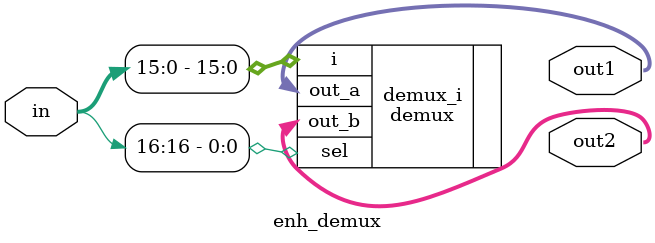
<source format=v>
module enh_demux #(parameter bit_width = 17)(in, out1, out2);
input [bit_width-1:0] in;
output [bit_width-2:0] out1, out2;

demux # (.bit_width(bit_width-1)) demux_i (
.i(in[bit_width-2:0]),
.sel(in[bit_width-1]),
.out_a(out1),
.out_b(out2)
);

endmodule

</source>
